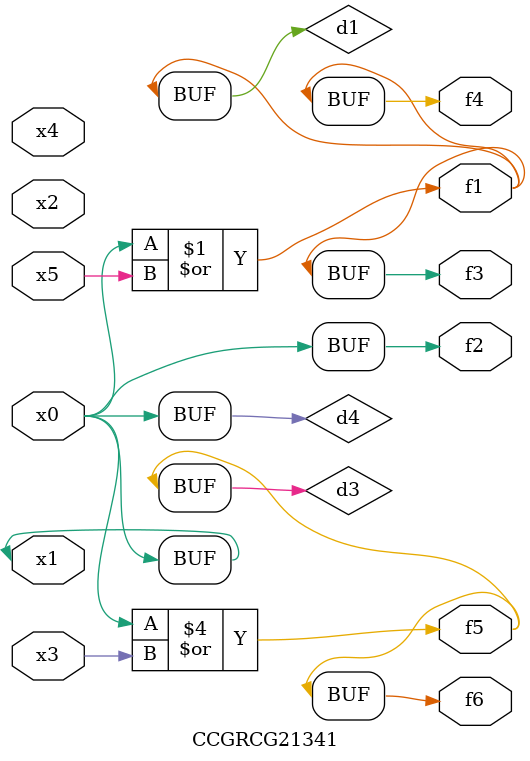
<source format=v>
module CCGRCG21341(
	input x0, x1, x2, x3, x4, x5,
	output f1, f2, f3, f4, f5, f6
);

	wire d1, d2, d3, d4;

	or (d1, x0, x5);
	xnor (d2, x1, x4);
	or (d3, x0, x3);
	buf (d4, x0, x1);
	assign f1 = d1;
	assign f2 = d4;
	assign f3 = d1;
	assign f4 = d1;
	assign f5 = d3;
	assign f6 = d3;
endmodule

</source>
